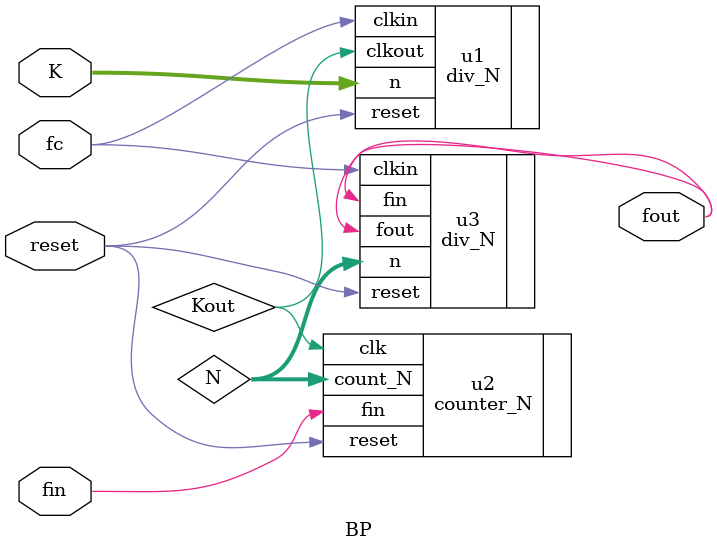
<source format=v>
module BP (fin,fout,fc,reset,K);  
	input  fin,fc;           //clk时钟100ns(10MHZ） 
	input  reset;     //reset高电平复位 
	input  [14:0]K;  
	output fout;           //fout是锁频锁相输出 
	wire   Kout,reset; 
	wire   [14:0]N;  

	div_N u1(
		.clkin(fc),
		.n(K),
		.reset(reset),
		.clkout(Kout)
		);         

	counter_N  u2(
		.clk(Kout), 
		.fin(fin), 
		.reset(reset), 
		.count_N(N)
		); 

	div_N u3(
		.clkin(fc),
		.n(N),
		.reset(reset),
		.fout(fout),
		.fin(fout)
		); 
endmodule
</source>
